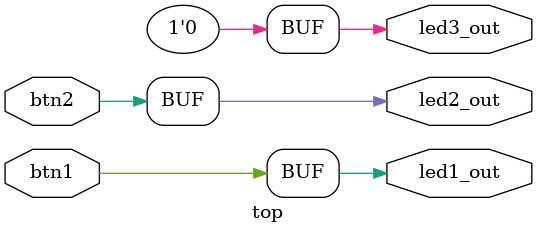
<source format=v>

module top
(
    input wire btn1,
    input wire btn2,
    output reg led1_out,
    output reg led2_out,
    output reg led3_out = 1'b0     // 0 - Led On
);

assign led1_out = btn1;
assign led2_out = btn2;

endmodule

/*
// === tangnano9k.cst ===
IO_LOC  "btn1" 3;
IO_PORT "btn1" IO_TYPE=LVCMOS18 PULL_MODE=UP;

IO_LOC  "btn2" 4;
IO_PORT "btn2" IO_TYPE=LVCMOS18 PULL_MODE=UP;

IO_LOC  "led2_out" 10;
IO_PORT "led2_out" DRIVE=8 IO_TYPE=LVCMOS18;

IO_LOC  "led1_out" 16;
IO_PORT "led1_out" DRIVE=8 IO_TYPE=LVCMOS18;

IO_LOC  "led3_out" 13;
IO_PORT "led3_out" DRIVE=8 IO_TYPE=LVCMOS18;
*/

/*
Device Utilisation:
VCC:                       1/      1   100%
IOB:                       4/    274     1%
LUT4:                      0/   8640     0%
OSER16:                    0/     80     0%
IDES16:                    0/     80     0%
IOLOGICI:                  0/    276     0%
IOLOGICO:                  0/    276     0%
MUX2_LUT5:                 0/   4320     0%
MUX2_LUT6:                 0/   2160     0%
MUX2_LUT7:                 0/   1080     0%
MUX2_LUT8:                 0/   1080     0%
ALU:                       0/   6480     0%
GND:                       1/      1   100%
DFF:                       0/   6480     0%
RAM16SDP4:                 0/    270     0%
BSRAM:                     0/     26     0%
ALU54D:                    0/     10     0%
MULTADDALU18X18:           0/     10     0%
MULTALU18X18:              0/     10     0%
MULTALU36X18:              0/     10     0%
MULT36X36:                 0/      5     0%
MULT18X18:                 0/     20     0%
MULT9X9:                   0/     40     0%
PADD18:                    0/     20     0%
PADD9:                     0/     40     0%
GSR:                       1/      1   100%
OSC:                       0/      1     0%
rPLL:                      0/      2     0%
FLASH608K:                 0/      1     0%
BUFG:                      0/     22     0%
DQCE:                      0/     24     0%
DCS:                       0/      8     0%
DHCEN:                     0/     24     0%
CLKDIV:                    0/      8     0%
CLKDIV2:                   0/     16     0%
MIPI_IBUF:                 0/     22     0%
MIPI_OBUF:                 0/     20     0%
*/

/*
// === button.v ===
IOB:                       5/    274     1%
LUT4:                      0/   8640     0%
MUX2_LUT5:                 0/   4320     0%
ALU:                       0/   6480     0%
DFF:                       0/   6480     0%

// === blink.v ===
IOB:                       3/    274     1%
LUT4:                     25/   8640     0%
MUX2_LUT5:                 0/   4320     0%
ALU:                      48/   6480     0%
DFF:                      25/   6480     0%

// === blink_button.v ===
IOB:                       7/    274     1%
LUT4:                     25/   8640     0%
MUX2_LUT5:                 0/   4320     0%
ALU:                      48/   6480     0%
DFF:                      25/   6480     0%

// === counter.v ===
IOB:                       7/    274     2%
LUT4:                     11/   8640     0%
MUX2_LUT5:                 2/   4320     0%
ALU:                      34/   6480     0%
DFF:                      30/   6480     0%
*/
</source>
